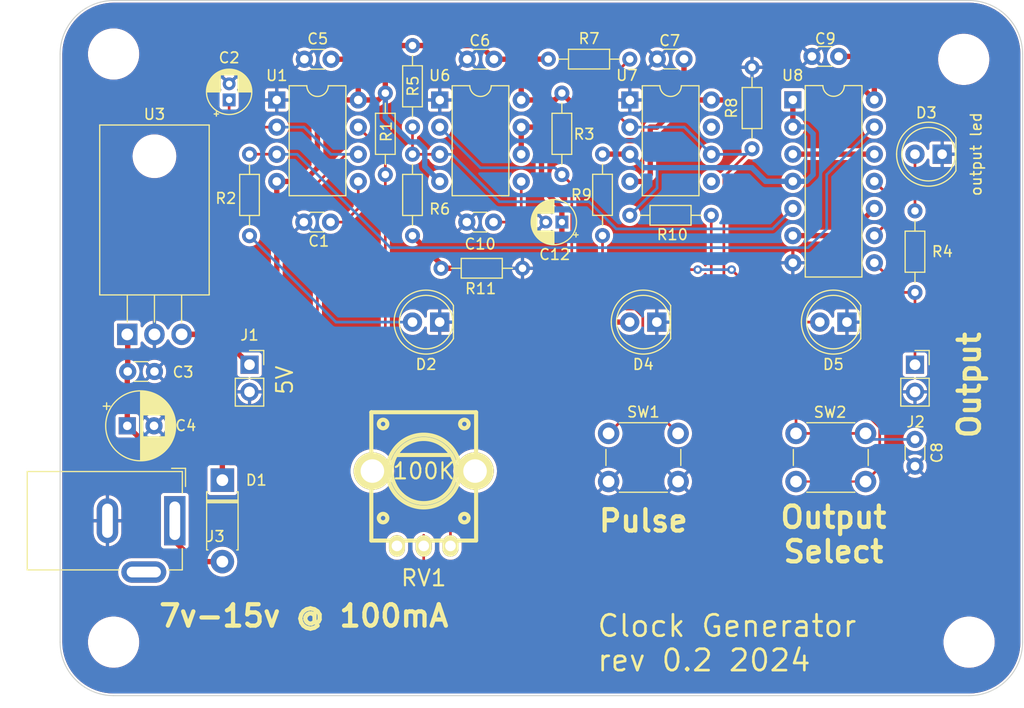
<source format=kicad_pcb>
(kicad_pcb (version 20240108) (generator "pcbnew") (generator_version "8.0")
  (layers (0 "F.Cu" signal) (31 "B.Cu" signal) (34 "B.Paste" user) (35 "F.Paste" user) (36 "B.SilkS" user "B.Silkscreen") (37 "F.SilkS" user "F.Silkscreen") (38 "B.Mask" user) (39 "F.Mask" user) (44 "Edge.Cuts" user))
  (net 0 "")
  (net 1 "GND")
  (net 2 "Net-(U1-CV)")
  (net 3 "Net-(U1-THR)")
  (net 4 "Net-(D4-A)")
  (net 5 "+5V")
  (net 6 "/clock_out")
  (net 7 "/manual_out")
  (net 8 "/select_pulse")
  (net 9 "/output")
  (net 10 "VCC")
  (net 11 "Net-(U1-DIS)")
  (net 12 "Net-(C8-Pad1)")
  (net 13 "Net-(D1-K)")
  (net 14 "Net-(U6-CV)")
  (net 17 "Net-(D2-A)")
  (net 19 "Net-(U6-TR)")
  (net 21 "Net-(D5-A)")
  (net 22 "Net-(U8-Pad12)")
  (net 23 "Net-(U8-Pad10)")
  (net 24 "Net-(U8-Pad11)")
  (net 25 "Net-(D3-A)")
  (net 26 "Net-(U7-THR)")
  (footprint "Resistor_THT:R_Axial_DIN0204_L3.6mm_D1.6mm_P7.62mm_Horizontal" (layer "F.Cu") (at 125.72 39.36 -90)
    (property "Reference" "R9" (at 3.81 1.97 180) (layer "F.SilkS"))
    (property "Value" "1K")
    (pad "1" thru_hole circle (at 0 0 270) (size 1.4 1.4) (drill 0.7) (layers "*.Cu" "*.Mask") (net 8 "/select_pulse"))
    (pad "2" thru_hole oval (at 7.62 0 270) (size 1.4 1.4) (drill 0.7) (layers "*.Cu" "*.Mask") (net 21 "Net-(D5-A)"))
  )
  (footprint "Button_Switch_THT:SW_PUSH_6mm_H5mm" (layer "F.Cu") (at 150.316 69.98 180)
    (property "Reference" "SW2" (at 3.316 6.48 0) (layer "F.SilkS"))
    (property "Value" "SW_Push")
    (pad "1" thru_hole circle (at 0 0 270) (size 2 2) (drill 1.1) (layers "*.Cu" "*.Mask") (net 26 "Net-(U7-THR)"))
    (pad "1" thru_hole circle (at 6.5 0 270) (size 2 2) (drill 1.1) (layers "*.Cu" "*.Mask") (net 26 "Net-(U7-THR)"))
    (pad "2" thru_hole circle (at 0 4.5 270) (size 2 2) (drill 1.1) (layers "*.Cu" "*.Mask") (net 12 "Net-(C8-Pad1)"))
    (pad "2" thru_hole circle (at 6.5 4.5 270) (size 2 2) (drill 1.1) (layers "*.Cu" "*.Mask") (net 12 "Net-(C8-Pad1)"))
  )
  (footprint "Package_TO_SOT_THT:TO-220-3_Horizontal_TabDown" (layer "F.Cu") (at 81.28 56.22)
    (property "Reference" "U3" (at 2.54 -20.58 0) (layer "F.SilkS"))
    (property "Value" "L7805_J")
    (pad "" np_thru_hole oval (at 2.54 -16.66) (size 3.5 3.5) (drill 3.5) (layers "*.Cu" "*.Mask"))
    (pad "1" thru_hole rect (at 0 0) (size 1.905 2) (drill 1.1) (layers "*.Cu" "*.Mask") (net 13 "Net-(D1-K)"))
    (pad "2" thru_hole oval (at 2.54 0) (size 1.905 2) (drill 1.1) (layers "*.Cu" "*.Mask") (net 1 "GND"))
    (pad "3" thru_hole oval (at 5.08 0) (size 1.905 2) (drill 1.1) (layers "*.Cu" "*.Mask") (net 5 "+5V"))
  )
  (footprint "Capacitor_THT:CP_Radial_D4.0mm_P1.50mm" (layer "F.Cu") (at 90.805 34.29 90)
    (property "Reference" "C2" (at 3.937 0 0) (layer "F.SilkS"))
    (property "Value" "4.7uF")
    (pad "1" thru_hole rect (at 0 0 90) (size 1.2 1.2) (drill 0.6) (layers "*.Cu" "*.Mask") (net 3 "Net-(U1-THR)"))
    (pad "2" thru_hole circle (at 1.5 0 90) (size 1.2 1.2) (drill 0.6) (layers "*.Cu" "*.Mask") (net 1 "GND"))
  )
  (footprint "LED_THT:LED_D5.0mm" (layer "F.Cu") (at 110.49 55.07 180)
    (property "Reference" "D2" (at 1.27 -3.96 0) (layer "F.SilkS"))
    (property "Value" "LED")
    (pad "1" thru_hole rect (at 0 0 180) (size 1.8 1.8) (drill 0.9) (layers "*.Cu" "*.Mask") (net 1 "GND"))
    (pad "2" thru_hole circle (at 2.54 0 180) (size 1.8 1.8) (drill 0.9) (layers "*.Cu" "*.Mask") (net 17 "Net-(D2-A)"))
  )
  (footprint "MountingHole:MountingHole_4.3mm_M4" (layer "F.Cu") (at 159.5 30.5)
    (property "Reference" "H3" (hide yes))
    (property "Value" "MountingHole")
    (pad "" np_thru_hole circle (at 0 0) (size 4.3 4.3) (drill 4.3) (layers "*.Cu" "*.Mask"))
  )
  (footprint "Capacitor_THT:C_Disc_D3.0mm_W1.6mm_P2.50mm" (layer "F.Cu") (at 115.53 45.72 180)
    (property "Reference" "C10" (at 1.25 -2.05 0) (layer "F.SilkS"))
    (property "Value" "0.01uF")
    (pad "1" thru_hole circle (at 0 0 180) (size 1.6 1.6) (drill 0.8) (layers "*.Cu" "*.Mask") (net 14 "Net-(U6-CV)"))
    (pad "2" thru_hole circle (at 2.5 0 180) (size 1.6 1.6) (drill 0.8) (layers "*.Cu" "*.Mask") (net 1 "GND"))
  )
  (footprint "Resistor_THT:R_Axial_DIN0204_L3.6mm_D1.6mm_P7.62mm_Horizontal" (layer "F.Cu") (at 128.27 45.085)
    (property "Reference" "R10" (at 3.98 1.81 0) (layer "F.SilkS"))
    (property "Value" "51K")
    (pad "1" thru_hole circle (at 0 0) (size 1.4 1.4) (drill 0.7) (layers "*.Cu" "*.Mask") (net 8 "/select_pulse"))
    (pad "2" thru_hole oval (at 7.62 0) (size 1.4 1.4) (drill 0.7) (layers "*.Cu" "*.Mask") (net 12 "Net-(C8-Pad1)"))
  )
  (footprint "MountingHole:MountingHole_4.3mm_M4" (layer "F.Cu") (at 80 85)
    (property "Reference" "H1" (hide yes))
    (property "Value" "MountingHole")
    (pad "" np_thru_hole circle (at 0 0) (size 4.3 4.3) (drill 4.3) (layers "*.Cu" "*.Mask"))
  )
  (footprint "Connector_BarrelJack:BarrelJack_GCT_DCJ200-10-A_Horizontal" (layer "F.Cu") (at 85.725 73.645 -90)
    (property "Reference" "J3" (at 1.47 -3.81 180) (layer "F.SilkS"))
    (property "Value" "DC Input")
    (pad "1" thru_hole rect (at 0 0 270) (size 4.6 2) (drill oval 3.6 1) (layers "*.Cu" "*.Mask") (net 10 "VCC"))
    (pad "2" thru_hole oval (at 0 6.3 270) (size 4.2 2) (drill oval 3.2 1) (layers "*.Cu" "*.Mask") (net 1 "GND"))
    (pad "3" thru_hole oval (at 4.8 2.9 270) (size 2 4.2) (drill oval 1 3.2) (layers "*.Cu" "*.Mask"))
  )
  (footprint "Capacitor_THT:C_Disc_D3.0mm_W1.6mm_P2.50mm" (layer "F.Cu") (at 100.34 30.49 180)
    (property "Reference" "C5" (at 1.25 1.905 0) (layer "F.SilkS"))
    (property "Value" ".1uF")
    (pad "1" thru_hole circle (at 0 0 180) (size 1.6 1.6) (drill 0.8) (layers "*.Cu" "*.Mask") (net 5 "+5V"))
    (pad "2" thru_hole circle (at 2.5 0 180) (size 1.6 1.6) (drill 0.8) (layers "*.Cu" "*.Mask") (net 1 "GND"))
  )
  (footprint "Resistor_THT:R_Axial_DIN0204_L3.6mm_D1.6mm_P7.62mm_Horizontal" (layer "F.Cu") (at 107.95 39.37 -90)
    (property "Reference" "R6" (at 5.13 -2.55 180) (layer "F.SilkS"))
    (property "Value" "1K")
    (pad "1" thru_hole circle (at 0 0 270) (size 1.4 1.4) (drill 0.7) (layers "*.Cu" "*.Mask") (net 7 "/manual_out"))
    (pad "2" thru_hole oval (at 7.62 0 270) (size 1.4 1.4) (drill 0.7) (layers "*.Cu" "*.Mask") (net 4 "Net-(D4-A)"))
  )
  (footprint "Capacitor_THT:CP_Radial_D6.3mm_P2.50mm" (layer "F.Cu") (at 81.28 64.77)
    (property "Reference" "C3" (at 5.22 -5.02 0) (layer "F.SilkS"))
    (property "Value" "470")
    (pad "1" thru_hole rect (at 0 0) (size 1.6 1.6) (drill 0.8) (layers "*.Cu" "*.Mask") (net 13 "Net-(D1-K)"))
    (pad "2" thru_hole circle (at 2.5 0) (size 1.6 1.6) (drill 0.8) (layers "*.Cu" "*.Mask") (net 1 "GND"))
  )
  (footprint "Package_DIP:DIP-8_W7.62mm" (layer "F.Cu") (at 110.5 34.3)
    (property "Reference" "U6" (at 0 -2.286 0) (layer "F.SilkS"))
    (property "Value" "NE555P")
    (pad "1" thru_hole rect (at 0 0) (size 1.6 1.6) (drill 0.8) (layers "*.Cu" "*.Mask") (net 1 "GND"))
    (pad "2" thru_hole oval (at 0 2.54) (size 1.6 1.6) (drill 0.8) (layers "*.Cu" "*.Mask") (net 19 "Net-(U6-TR)"))
    (pad "3" thru_hole oval (at 0 5.08) (size 1.6 1.6) (drill 0.8) (layers "*.Cu" "*.Mask") (net 7 "/manual_out"))
    (pad "4" thru_hole oval (at 0 7.62) (size 1.6 1.6) (drill 0.8) (layers "*.Cu" "*.Mask") (net 5 "+5V"))
    (pad "5" thru_hole oval (at 7.62 7.62) (size 1.6 1.6) (drill 0.8) (layers "*.Cu" "*.Mask") (net 14 "Net-(U6-CV)"))
    (pad "6" thru_hole oval (at 7.62 5.08) (size 1.6 1.6) (drill 0.8) (layers "*.Cu" "*.Mask") (net 4 "Net-(D4-A)"))
    (pad "7" thru_hole oval (at 7.62 2.54) (size 1.6 1.6) (drill 0.8) (layers "*.Cu" "*.Mask") (net 4 "Net-(D4-A)"))
    (pad "8" thru_hole oval (at 7.62 0) (size 1.6 1.6) (drill 0.8) (layers "*.Cu" "*.Mask") (net 5 "+5V"))
  )
  (footprint "Resistor_THT:R_Axial_DIN0204_L3.6mm_D1.6mm_P7.62mm_Horizontal" (layer "F.Cu") (at 120.65 30.48)
    (property "Reference" "R7" (at 3.81 -1.92 0) (layer "F.SilkS"))
    (property "Value" "10K")
    (pad "1" thru_hole circle (at 0 0) (size 1.4 1.4) (drill 0.7) (layers "*.Cu" "*.Mask") (net 5 "+5V"))
    (pad "2" thru_hole oval (at 7.62 0) (size 1.4 1.4) (drill 0.7) (layers "*.Cu" "*.Mask") (net 26 "Net-(U7-THR)"))
  )
  (footprint "Capacitor_THT:C_Disc_D3.0mm_W1.6mm_P2.50mm" (layer "F.Cu") (at 154.94 66.04 -90)
    (property "Reference" "C8" (at 1.25 -2.05 90) (layer "F.SilkS"))
    (property "Value" "1uF")
    (pad "1" thru_hole circle (at 0 0 270) (size 1.6 1.6) (drill 0.8) (layers "*.Cu" "*.Mask") (net 12 "Net-(C8-Pad1)"))
    (pad "2" thru_hole circle (at 2.5 0 270) (size 1.6 1.6) (drill 0.8) (layers "*.Cu" "*.Mask") (net 1 "GND"))
  )
  (footprint "Resistor_THT:R_Axial_DIN0204_L3.6mm_D1.6mm_P7.62mm_Horizontal" (layer "F.Cu") (at 92.71 39.37 -90)
    (property "Reference" "R2" (at 4.13 2.21 180) (layer "F.SilkS"))
    (property "Value" "1K")
    (pad "1" thru_hole circle (at 0 0 270) (size 1.4 1.4) (drill 0.7) (layers "*.Cu" "*.Mask") (net 6 "/clock_out"))
    (pad "2" thru_hole oval (at 7.62 0 270) (size 1.4 1.4) (drill 0.7) (layers "*.Cu" "*.Mask") (net 17 "Net-(D2-A)"))
  )
  (footprint "Resistor_THT:R_Axial_DIN0204_L3.6mm_D1.6mm_P7.62mm_Horizontal" (layer "F.Cu") (at 154.94 52.295 90)
    (property "Reference" "R4" (at 3.81 2.56 180) (layer "F.SilkS"))
    (property "Value" "1K")
    (pad "1" thru_hole circle (at 0 0 90) (size 1.4 1.4) (drill 0.7) (layers "*.Cu" "*.Mask") (net 9 "/output"))
    (pad "2" thru_hole oval (at 7.62 0 90) (size 1.4 1.4) (drill 0.7) (layers "*.Cu" "*.Mask") (net 25 "Net-(D3-A)"))
  )
  (footprint "Connector_PinSocket_2.54mm:PinSocket_1x02_P2.54mm_Vertical" (layer "F.Cu") (at 92.71 59.055)
    (property "Reference" "J1" (at 0 -2.77 0) (layer "F.SilkS"))
    (property "Value" "Vin" (hide yes))
    (pad "1" thru_hole rect (at 0 0) (size 1.7 1.7) (drill 1) (layers "*.Cu" "*.Mask") (net 5 "+5V"))
    (pad "2" thru_hole oval (at 0 2.54) (size 1.7 1.7) (drill 1) (layers "*.Cu" "*.Mask") (net 1 "GND"))
  )
  (footprint "Capacitor_THT:C_Disc_D3.0mm_W1.6mm_P2.50mm" (layer "F.Cu") (at 147.808 30.226 180)
    (property "Reference" "C9" (at 1.25 1.651 0) (layer "F.SilkS"))
    (property "Value" ".1uF")
    (pad "1" thru_hole circle (at 0 0 180) (size 1.6 1.6) (drill 0.8) (layers "*.Cu" "*.Mask") (net 5 "+5V"))
    (pad "2" thru_hole circle (at 2.5 0 180) (size 1.6 1.6) (drill 0.8) (layers "*.Cu" "*.Mask") (net 1 "GND"))
  )
  (footprint "Package_DIP:DIP-8_W7.62mm" (layer "F.Cu") (at 128.28 34.3)
    (property "Reference" "U7" (at -0.28 -2.3 0) (layer "F.SilkS"))
    (property "Value" "NE555P")
    (pad "1" thru_hole rect (at 0 0) (size 1.6 1.6) (drill 0.8) (layers "*.Cu" "*.Mask") (net 1 "GND"))
    (pad "2" thru_hole oval (at 0 2.54) (size 1.6 1.6) (drill 0.8) (layers "*.Cu" "*.Mask") (net 26 "Net-(U7-THR)"))
    (pad "3" thru_hole oval (at 0 5.08) (size 1.6 1.6) (drill 0.8) (layers "*.Cu" "*.Mask") (net 8 "/select_pulse"))
    (pad "4" thru_hole oval (at 0 7.62) (size 1.6 1.6) (drill 0.8) (layers "*.Cu" "*.Mask") (net 5 "+5V"))
    (pad "5" thru_hole oval (at 7.62 7.62) (size 1.6 1.6) (drill 0.8) (layers "*.Cu" "*.Mask"))
    (pad "6" thru_hole oval (at 7.62 5.08) (size 1.6 1.6) (drill 0.8) (layers "*.Cu" "*.Mask") (net 26 "Net-(U7-THR)"))
    (pad "7" thru_hole oval (at 7.62 2.54) (size 1.6 1.6) (drill 0.8) (layers "*.Cu" "*.Mask"))
    (pad "8" thru_hole oval (at 7.62 0) (size 1.6 1.6) (drill 0.8) (layers "*.Cu" "*.Mask") (net 5 "+5V"))
  )
  (footprint "Resistor_THT:R_Axial_DIN0204_L3.6mm_D1.6mm_P7.62mm_Horizontal" (layer "F.Cu") (at 107.95 29.21 -90)
    (property "Reference" "R5" (at 3.79 -0.05 90) (layer "F.SilkS"))
    (property "Value" "51K")
    (pad "1" thru_hole circle (at 0 0 270) (size 1.4 1.4) (drill 0.7) (layers "*.Cu" "*.Mask") (net 5 "+5V"))
    (pad "2" thru_hole oval (at 7.62 0 270) (size 1.4 1.4) (drill 0.7) (layers "*.Cu" "*.Mask") (net 7 "/manual_out"))
  )
  (footprint "w_pth_resistors:trimmer_alps-rk09k1130ah1" (layer "F.Cu") (at 109 69)
    (property "Reference" "RV1" (at 0 9.99998 0) (layer "F.SilkS") (effects (font (size 1.50114 1.50114) (thickness 0.20066))))
    (property "Value" "100K" (at 0 0 0) (layer "F.SilkS") (effects (font (size 1.50114 1.50114) (thickness 0.20066))))
    (pad "" thru_hole circle (at -4.8 0) (size 3.5 3.5) (drill 2.2) (layers "*.Cu" "*.Mask" "F.SilkS"))
    (pad "" thru_hole circle (at 4.8 0) (size 3.5 3.5) (drill 2.2) (layers "*.Cu" "*.Mask" "F.SilkS"))
    (pad "1" thru_hole oval (at -2.5 7) (size 1.5 2) (drill 1) (layers "*.Cu" "*.Mask" "F.SilkS"))
    (pad "2" thru_hole oval (at 0 7) (size 1.5 2) (drill 1) (layers "*.Cu" "*.Mask" "F.SilkS") (net 3 "Net-(U1-THR)"))
    (pad "3" thru_hole oval (at 2.5 7) (size 1.5 2) (drill 1) (layers "*.Cu" "*.Mask" "F.SilkS") (net 11 "Net-(U1-DIS)"))
  )
  (footprint "LED_THT:LED_D5.0mm" (layer "F.Cu") (at 148.58 55.07 180)
    (property "Reference" "D5" (at 1.27 -3.96 0) (layer "F.SilkS"))
    (property "Value" "LED")
    (pad "1" thru_hole rect (at 0 0 180) (size 1.8 1.8) (drill 0.9) (layers "*.Cu" "*.Mask") (net 1 "GND"))
    (pad "2" thru_hole circle (at 2.54 0 180) (size 1.8 1.8) (drill 0.9) (layers "*.Cu" "*.Mask") (net 21 "Net-(D5-A)"))
  )
  (footprint "Button_Switch_THT:SW_PUSH_6mm_H5mm" (layer "F.Cu") (at 126.29 65.48)
    (property "Reference" "SW1" (at 3.25 -2 0) (layer "F.SilkS"))
    (property "Value" "SW_Push")
    (pad "1" thru_hole circle (at 0 0 90) (size 2 2) (drill 1.1) (layers "*.Cu" "*.Mask") (net 19 "Net-(U6-TR)"))
    (pad "1" thru_hole circle (at 6.5 0 90) (size 2 2) (drill 1.1) (layers "*.Cu" "*.Mask") (net 19 "Net-(U6-TR)"))
    (pad "2" thru_hole circle (at 0 4.5 90) (size 2 2) (drill 1.1) (layers "*.Cu" "*.Mask") (net 1 "GND"))
    (pad "2" thru_hole circle (at 6.5 4.5 90) (size 2 2) (drill 1.1) (layers "*.Cu" "*.Mask") (net 1 "GND"))
  )
  (footprint "Diode_THT:D_DO-41_SOD81_P7.62mm_Horizontal" (layer "F.Cu") (at 90.17 69.85 -90)
    (property "Reference" "D1" (at 0 -3.175 180) (layer "F.SilkS"))
    (property "Value" "1N4007")
    (pad "1" thru_hole rect (at 0 0 270) (size 2.2 2.2) (drill 1.1) (layers "*.Cu" "*.Mask") (net 13 "Net-(D1-K)"))
    (pad "2" thru_hole oval (at 7.62 0 270) (size 2.2 2.2) (drill 1.1) (layers "*.Cu" "*.Mask") (net 10 "VCC"))
  )
  (footprint "Package_DIP:DIP-14_W7.62mm" (layer "F.Cu") (at 143.52 34.285)
    (property "Reference" "U8" (at -0.02 -2.285 0) (layer "F.SilkS"))
    (property "Value" "7400")
    (pad "1" thru_hole rect (at 0 0) (size 1.6 1.6) (drill 0.8) (layers "*.Cu" "*.Mask") (net 8 "/select_pulse"))
    (pad "2" thru_hole oval (at 0 2.54) (size 1.6 1.6) (drill 0.8) (layers "*.Cu" "*.Mask") (net 8 "/select_pulse"))
    (pad "3" thru_hole oval (at 0 5.08) (size 1.6 1.6) (drill 0.8) (layers "*.Cu" "*.Mask") (net 22 "Net-(U8-Pad12)"))
    (pad "4" thru_hole oval (at 0 7.62) (size 1.6 1.6) (drill 0.8) (layers "*.Cu" "*.Mask") (net 8 "/select_pulse"))
    (pad "5" thru_hole oval (at 0 10.16) (size 1.6 1.6) (drill 0.8) (layers "*.Cu" "*.Mask") (net 7 "/manual_out"))
    (pad "6" thru_hole oval (at 0 12.7) (size 1.6 1.6) (drill 0.8) (layers "*.Cu" "*.Mask") (net 23 "Net-(U8-Pad10)"))
    (pad "7" thru_hole oval (at 0 15.24) (size 1.6 1.6) (drill 0.8) (layers "*.Cu" "*.Mask") (net 1 "GND"))
    (pad "8" thru_hole oval (at 7.62 15.24) (size 1.6 1.6) (drill 0.8) (layers "*.Cu" "*.Mask") (net 9 "/output"))
    (pad "9" thru_hole oval (at 7.62 12.7) (size 1.6 1.6) (drill 0.8) (layers "*.Cu" "*.Mask") (net 24 "Net-(U8-Pad11)"))
    (pad "10" thru_hole oval (at 7.62 10.16) (size 1.6 1.6) (drill 0.8) (layers "*.Cu" "*.Mask") (net 23 "Net-(U8-Pad10)"))
    (pad "11" thru_hole oval (at 7.62 7.62) (size 1.6 1.6) (drill 0.8) (layers "*.Cu" "*.Mask") (net 24 "Net-(U8-Pad11)"))
    (pad "12" thru_hole oval (at 7.62 5.08) (size 1.6 1.6) (drill 0.8) (layers "*.Cu" "*.Mask") (net 22 "Net-(U8-Pad12)"))
    (pad "13" thru_hole oval (at 7.62 2.54) (size 1.6 1.6) (drill 0.8) (layers "*.Cu" "*.Mask") (net 6 "/clock_out"))
    (pad "14" thru_hole oval (at 7.62 0) (size 1.6 1.6) (drill 0.8) (layers "*.Cu" "*.Mask") (net 5 "+5V"))
  )
  (footprint "MountingHole:MountingHole_4.3mm_M4" (layer "F.Cu") (at 80 30)
    (property "Reference" "H4" (hide yes))
    (property "Value" "MountingHole")
    (pad "" np_thru_hole circle (at 0 0) (size 4.3 4.3) (drill 4.3) (layers "*.Cu" "*.Mask"))
  )
  (footprint "Capacitor_THT:C_Disc_D3.0mm_W1.6mm_P2.50mm" (layer "F.Cu") (at 97.79 45.72)
    (property "Reference" "C1" (at 1.397 1.778 0) (layer "F.SilkS"))
    (property "Value" "0.01uF")
    (pad "1" thru_hole circle (at 0 0) (size 1.6 1.6) (drill 0.8) (layers "*.Cu" "*.Mask") (net 1 "GND"))
    (pad "2" thru_hole circle (at 2.5 0) (size 1.6 1.6) (drill 0.8) (layers "*.Cu" "*.Mask") (net 2 "Net-(U1-CV)"))
  )
  (footprint "Connector_PinSocket_2.54mm:PinSocket_1x02_P2.54mm_Vertical" (layer "F.Cu") (at 154.94 59.055)
    (property "Reference" "J2" (at 0.06 5.35 0) (layer "F.SilkS"))
    (property "Value" "Clock output")
    (pad "1" thru_hole rect (at 0 0) (size 1.7 1.7) (drill 1) (layers "*.Cu" "*.Mask") (net 9 "/output"))
    (pad "2" thru_hole oval (at 0 2.54) (size 1.7 1.7) (drill 1) (layers "*.Cu" "*.Mask") (net 1 "GND"))
  )
  (footprint "Capacitor_THT:C_Disc_D3.0mm_W1.6mm_P2.50mm" (layer "F.Cu") (at 133.34 30.47 180)
    (property "Reference" "C7" (at 1.34 1.72 0) (layer "F.SilkS"))
    (property "Value" ".1uF")
    (pad "1" thru_hole circle (at 0 0 180) (size 1.6 1.6) (drill 0.8) (layers "*.Cu" "*.Mask") (net 5 "+5V"))
    (pad "2" thru_hole circle (at 2.5 0 180) (size 1.6 1.6) (drill 0.8) (layers "*.Cu" "*.Mask") (net 1 "GND"))
  )
  (footprint "Package_DIP:DIP-8_W7.62mm" (layer "F.Cu") (at 95.26 34.3)
    (property "Reference" "U1" (at 0 -2.286 0) (layer "F.SilkS"))
    (property "Value" "NE555P")
    (pad "1" thru_hole rect (at 0 0) (size 1.6 1.6) (drill 0.8) (layers "*.Cu" "*.Mask") (net 1 "GND"))
    (pad "2" thru_hole oval (at 0 2.54) (size 1.6 1.6) (drill 0.8) (layers "*.Cu" "*.Mask") (net 3 "Net-(U1-THR)"))
    (pad "3" thru_hole oval (at 0 5.08) (size 1.6 1.6) (drill 0.8) (layers "*.Cu" "*.Mask") (net 6 "/clock_out"))
    (pad "4" thru_hole oval (at 0 7.62) (size 1.6 1.6) (drill 0.8) (layers "*.Cu" "*.Mask") (net 5 "+5V"))
    (pad "5" thru_hole oval (at 7.62 7.62) (size 1.6 1.6) (drill 0.8) (layers "*.Cu" "*.Mask") (net 2 "Net-(U1-CV)"))
    (pad "6" thru_hole oval (at 7.62 5.08) (size 1.6 1.6) (drill 0.8) (layers "*.Cu" "*.Mask") (net 3 "Net-(U1-THR)"))
    (pad "7" thru_hole oval (at 7.62 2.54) (size 1.6 1.6) (drill 0.8) (layers "*.Cu" "*.Mask") (net 11 "Net-(U1-DIS)"))
    (pad "8" thru_hole oval (at 7.62 0) (size 1.6 1.6) (drill 0.8) (layers "*.Cu" "*.Mask") (net 5 "+5V"))
  )
  (footprint "Capacitor_THT:C_Disc_D3.0mm_W1.6mm_P2.50mm" (layer "F.Cu") (at 83.82 59.69 180)
    (property "Reference" "C4" (at -2.93 -5.06 0) (layer "F.SilkS"))
    (property "Value" ".33uF")
    (pad "1" thru_hole circle (at 0 0 180) (size 1.6 1.6) (drill 0.8) (layers "*.Cu" "*.Mask") (net 1 "GND"))
    (pad "2" thru_hole circle (at 2.5 0 180) (size 1.6 1.6) (drill 0.8) (layers "*.Cu" "*.Mask") (net 13 "Net-(D1-K)"))
  )
  (footprint "Capacitor_THT:CP_Radial_D4.0mm_P1.50mm" (layer "F.Cu") (at 121.92 45.72 180)
    (property "Reference" "C12" (at 0.67 -3.03 180) (layer "F.SilkS"))
    (property "Value" "4.7uF")
    (pad "1" thru_hole rect (at 0 0 180) (size 1.2 1.2) (drill 0.6) (layers "*.Cu" "*.Mask") (net 4 "Net-(D4-A)"))
    (pad "2" thru_hole circle (at 1.5 0 180) (size 1.2 1.2) (drill 0.6) (layers "*.Cu" "*.Mask") (net 1 "GND"))
  )
  (footprint "MountingHole:MountingHole_4.3mm_M4" (layer "F.Cu") (at 160 85)
    (property "Reference" "H2" (hide yes))
    (property "Value" "MountingHole")
    (pad "" np_thru_hole circle (at 0 0) (size 4.3 4.3) (drill 4.3) (layers "*.Cu" "*.Mask"))
  )
  (footprint "Resistor_THT:R_Axial_DIN0204_L3.6mm_D1.6mm_P7.62mm_Horizontal" (layer "F.Cu") (at 121.92 41.275 90)
    (property "Reference" "R3" (at 3.775 2.08 180) (layer "F.SilkS"))
    (property "Value" "1K")
    (pad "1" thru_hole circle (at 0 0 90) (size 1.4 1.4) (drill 0.7) (layers "*.Cu" "*.Mask") (net 19 "Net-(U6-TR)"))
    (pad "2" thru_hole oval (at 7.62 0 90) (size 1.4 1.4) (drill 0.7) (layers "*.Cu" "*.Mask") (net 5 "+5V"))
  )
  (footprint "LED_THT:LED_D5.0mm" (layer "F.Cu") (at 157.48 39.37 180)
    (property "Reference" "D3" (at 1.48 3.87 0) (layer "F.SilkS"))
    (property "Value" "LED")
    (pad "1" thru_hole rect (at 0 0 180) (size 1.8 1.8) (drill 0.9) (layers "*.Cu" "*.Mask") (net 1 "GND"))
    (pad "2" thru_hole circle (at 2.54 0 180) (size 1.8 1.8) (drill 0.9) (layers "*.Cu" "*.Mask") (net 25 "Net-(D3-A)"))
  )
  (footprint "Resistor_THT:R_Axial_DIN0204_L3.6mm_D1.6mm_P7.62mm_Horizontal" (layer "F.Cu") (at 110.617 50.038)
    (property "Reference" "R11" (at 3.7084 1.905 0) (layer "F.SilkS"))
    (property "Value" "1K")
    (pad "1" thru_hole circle (at 0 0) (size 1.4 1.4) (drill 0.7) (layers "*.Cu" "*.Mask") (net 4 "Net-(D4-A)"))
    (pad "2" thru_hole oval (at 7.62 0) (size 1.4 1.4) (drill 0.7) (layers "*.Cu" "*.Mask") (net 1 "GND"))
  )
  (footprint "Resistor_THT:R_Axial_DIN0204_L3.6mm_D1.6mm_P7.62mm_Horizontal" (layer "F.Cu") (at 105.41 33.655 -90)
    (property "Reference" "R1" (at 3.595 -0.09 90) (layer "F.SilkS"))
    (property "Value" "1K")
    (pad "1" thru_hole circle (at 0 0 270) (size 1.4 1.4) (drill 0.7) (layers "*.Cu" "*.Mask") (net 5 "+5V"))
    (pad "2" thru_hole oval (at 7.62 0 270) (size 1.4 1.4) (drill 0.7) (layers "*.Cu" "*.Mask") (net 11 "Net-(U1-DIS)"))
  )
  (footprint "Resistor_THT:R_Axial_DIN0204_L3.6mm_D1.6mm_P7.62mm_Horizontal" (layer "F.Cu") (at 139.7 38.862 90)
    (property "Reference" "R8" (at 3.81 -1.92 90) (layer "F.SilkS"))
    (property "Value" "10K")
    (pad "1" thru_hole circle (at 0 0 90) (size 1.4 1.4) (drill 0.7) (layers "*.Cu" "*.Mask") (net 26 "Net-(U7-THR)"))
    (pad "2" thru_hole oval (at 7.62 0 90) (size 1.4 1.4) (drill 0.7) (layers "*.Cu" "*.Mask") (net 1 "GND"))
  )
  (footprint "Capacitor_THT:C_Disc_D3.0mm_W1.6mm_P2.50mm" (layer "F.Cu") (at 115.57 30.49 180)
    (property "Reference" "C6" (at 1.32 1.74 0) (layer "F.SilkS"))
    (property "Value" ".1uF")
    (pad "1" thru_hole circle (at 0 0 180) (size 1.6 1.6) (drill 0.8) (layers "*.Cu" "*.Mask") (net 5 "+5V"))
    (pad "2" thru_hole circle (at 2.5 0 180) (size 1.6 1.6) (drill 0.8) (layers "*.Cu" "*.Mask") (net 1 "GND"))
  )
  (footprint "LED_THT:LED_D5.0mm" (layer "F.Cu") (at 130.8 55.07 180)
    (property "Reference" "D4" (at 1.27 -3.96 0) (layer "F.SilkS"))
    (property "Value" "LED")
    (pad "1" thru_hole rect (at 0 0 180) (size 1.8 1.8) (drill 0.9) (layers "*.Cu" "*.Mask") (net 1 "GND"))
    (pad "2" thru_hole circle (at 2.54 0 180) (size 1.8 1.8) (drill 0.9) (layers "*.Cu" "*.Mask") (net 4 "Net-(D4-A)"))
  )
  (gr_line (start 75 85) (end 75 85) (stroke (width 0.1)) (layer "Edge.Cuts"))
  (gr_arc (start 75 30) (mid 76.464466 26.464466) (end 80 25) (stroke (width 0.1)) (layer "Edge.Cuts"))
  (gr_line (start 165 85) (end 165 85) (stroke (width 0.1)) (layer "Edge.Cuts"))
  (gr_line (start 80 90) (end 160 90) (stroke (width 0.1)) (layer "Edge.Cuts"))
  (gr_arc (start 165 85) (mid 163.535534 88.535534) (end 160 90) (stroke (width 0.1)) (layer "Edge.Cuts"))
  (gr_line (start 160 25) (end 80 25) (stroke (width 0.1)) (layer "Edge.Cuts"))
  (gr_arc (start 160 25) (mid 163.535534 26.464466) (end 165 30) (stroke (width 0.1)) (layer "Edge.Cuts"))
  (gr_arc (start 80 90) (mid 76.464466 88.535534) (end 75 85) (stroke (width 0.1)) (layer "Edge.Cuts"))
  (gr_line (start 165 85) (end 165 30) (stroke (width 0.1)) (layer "Edge.Cuts"))
  (gr_line (start 75 30) (end 75 85) (stroke (width 0.1)) (layer "Edge.Cuts"))
  (gr_text "5V" (at 96 60.5 90) (layer "F.SilkS") (effects (font (size 1.5 1.5) (thickness 0.1875))))
  (gr_text "7v-15v @ 100mA" (at 97.79 82.55 0) (layer "F.SilkS") (effects (font (size 2 2) (thickness 0.4) (bold yes))))
  (gr_text "output led" (at 160.655 39.37 90) (layer "F.SilkS") (effects (font (size 1 1))))
  (gr_text "Output\nSelect" (at 147.32 74.93 0) (layer "F.SilkS") (effects (font (size 2 2) (thickness 0.4) (bold yes))))
  (gr_text "Clock Generator \nrev 0.2 2024" (at 125.095 85.09 0) (layer "F.SilkS") (effects (font (size 2 2) (thickness 0.25)) (justify left)))
  (gr_text "Pulse" (at 129.54 73.66 0) (layer "F.SilkS") (effects (font (size 2 2) (thickness 0.4) (bold yes))))
  (gr_text "Output" (at 160.02 60.96 90) (layer "F.SilkS") (effects (font (size 2 2) (thickness 0.4) (bold yes))))
  (segment (start 101.6 45.72) (end 102.88 44.44) (width 0.25) (layer "F.Cu") (net 2))
  (segment (start 100.29 45.72) (end 101.6 45.72) (width 0.25) (layer "F.Cu") (net 2))
  (segment (start 102.88 44.44) (end 102.88 41.92) (width 0.25) (layer "F.Cu") (net 2))
  (segment (start 99.06 42.06863) (end 99.06 76.2) (width 0.25) (layer "F.Cu") (net 3))
  (segment (start 109 75) (end 109 78.385) (width 0.25) (layer "F.Cu") (net 3))
  (segment (start 109 78.385) (end 108.645 78.74) (width 0.25) (layer "F.Cu") (net 3))
  (segment (start 90.805 35.56) (end 92.085 36.84) (width 0.25) (layer "F.Cu") (net 3))
  (segment (start 101.6 78.74) (end 108.645 78.74) (width 0.25) (layer "F.Cu") (net 3))
  (segment (start 99.06 76.2) (end 101.6 78.74) (width 0.25) (layer "F.Cu") (net 3))
  (segment (start 90.805 34.29) (end 90.805 35.56) (width 0.25) (layer "F.Cu") (net 3))
  (segment (start 101.74863 39.38) (end 99.06 42.06863) (width 0.25) (layer "F.Cu") (net 3))
  (segment (start 102.88 39.38) (end 101.74863 39.38) (width 0.25) (layer "F.Cu") (net 3))
  (segment (start 92.085 36.84) (end 95.26 36.84) (width 0.25) (layer "F.Cu") (net 3))
  (segment (start 95.26 36.84) (end 97.8 36.84) (width 0.25) (layer "B.Cu") (net 3))
  (segment (start 100.34 39.38) (end 102.88 39.38) (width 0.25) (layer "B.Cu") (net 3))
  (segment (start 97.8 36.84) (end 100.34 39.38) (width 0.25) (layer "B.Cu") (net 3))
  (segment (start 119.39 36.84) (end 120.015 37.465) (width 0.5) (layer "F.Cu") (net 4))
  (segment (start 120.015 43.7642) (end 120.015 42.545) (width 0.5) (layer "F.Cu") (net 4))
  (segment (start 121.92 52.72) (end 124.27 55.07) (width 0.5) (layer "F.Cu") (net 4))
  (segment (start 110.617 50.038) (end 114.793852 50.038) (width 0.5) (layer "F.Cu") (net 4))
  (segment (start 118.12 39.38) (end 118.12 36.84) (width 0.5) (layer "F.Cu") (net 4))
  (segment (start 120.015 37.465) (end 120.015 42.545) (width 0.5) (layer "F.Cu") (net 4))
  (segment (start 121.92 45.72) (end 121.92 52.72) (width 0.5) (layer "F.Cu") (net 4))
  (segment (start 120.015 42.545) (end 121.92 44.45) (width 0.5) (layer "F.Cu") (net 4))
  (segment (start 119.1514 44.6278) (end 120.015 43.7642) (width 0.5) (layer "F.Cu") (net 4))
  (segment (start 110.617 49.657) (end 110.617 50.038) (width 0.5) (layer "F.Cu") (net 4))
  (segment (start 121.92 44.45) (end 121.92 45.72) (width 0.5) (layer "F.Cu") (net 4))
  (segment (start 119.1514 45.680452) (end 119.1514 44.6278) (width 0.5) (layer "F.Cu") (net 4))
  (segment (start 114.793852 50.038) (end 119.1514 45.680452) (width 0.5) (layer "F.Cu") (net 4))
  (segment (start 118.12 36.84) (end 119.39 36.84) (width 0.5) (layer "F.Cu") (net 4))
  (segment (start 124.27 55.07) (end 128.26 55.07) (width 0.5) (layer "F.Cu") (net 4))
  (segment (start 107.95 46.99) (end 110.617 49.657) (width 0.5) (layer "F.Cu") (net 4))
  (segment (start 128.28 41.92) (end 129.53 41.92) (width 0.5) (layer "F.Cu") (net 5))
  (segment (start 149.352 30.226) (end 151.14 32.014) (width 0.5) (layer "F.Cu") (net 5))
  (segment (start 133.34 34.3) (end 133.34 30.47) (width 0.5) (layer "F.Cu") (net 5))
  (segment (start 86.36 56.22) (end 89.875 56.22) (width 0.5) (layer "F.Cu") (net 5))
  (segment (start 116.85 30.49) (end 118.12 31.76) (width 0.5) (layer "F.Cu") (net 5))
  (segment (start 92.37 56.22) (end 92.71 55.88) (width 0.5) (layer "F.Cu") (net 5))
  (segment (start 142.24 32.385) (end 149.24 32.385) (width 0.5) (layer "F.Cu") (net 5))
  (segment (start 130.185 38.725) (end 130.185 36.84) (width 0.5) (layer "F.Cu") (net 5))
  (segment (start 95.26 53.33) (end 95.26 41.92) (width 0.5) (layer "F.Cu") (net 5))
  (segment (start 130.185 36.84) (end 130.8 36.84) (width 0.5) (layer "F.Cu") (net 5))
  (segment (start 86.36 56.22) (end 92.624 56.22) (width 0.5) (layer "F.Cu") (net 5))
  (segment (start 105.41 33.655) (end 105.41 30.48) (width 0.5) (layer "F.Cu") (net 5))
  (segment (start 126.365 38.1) (end 129.56 38.1) (width 0.5) (layer "F.Cu") (net 5))
  (segment (start 104.765 34.3) (end 105.41 33.655) (width 0.5) (layer "F.Cu") (net 5))
  (segment (start 95.26 53.33) (end 92.71 55.88) (width 0.5) (layer "F.Cu") (net 5))
  (segment (start 118.12 34.3) (end 121.275 34.3) (width 0.5) (layer "F.Cu") (net 5))
  (segment (start 99.06 35.8775) (end 100.6375 34.3) (width 0.5) (layer "F.Cu") (net 5))
  (segment (start 118.12 31.76) (end 118.12 34.3) (width 0.5) (layer "F.Cu") (net 5))
  (segment (start 129.53 41.92) (end 130.185 41.265) (width 0.5) (layer "F.Cu") (net 5))
  (segment (start 133.34 34.3) (end 135.9 34.3) (width 0.5) (layer "F.Cu") (net 5))
  (segment (start 106.68 29.21) (end 107.95 29.21) (width 0.5) (layer "F.Cu") (net 5))
  (segment (start 149.24 32.385) (end 151.14 34.285) (width 0.5) (layer "F.Cu") (net 5))
  (segment (start 119.4 30.48) (end 118.12 31.76) (width 0.5) (layer "F.Cu") (net 5))
  (segment (start 99.06 40.64) (end 99.06 35.8775) (width 0.5) (layer "F.Cu") (net 5))
  (segment (start 121.92 33.655) (end 126.365 38.1) (width 0.5) (layer "F.Cu") (net 5))
  (segment (start 120.65 30.48) (end 119.4 30.48) (width 0.5) (layer "F.Cu") (net 5))
  (segment (start 114.29 29.21) (end 115.57 30.49) (width 0.5) (layer "F.Cu") (net 5))
  (segment (start 135.9 34.3) (end 137.805 34.3) (width 0.5) (layer "F.Cu") (net 5))
  (segment (start 121.275 34.3) (end 121.92 33.655) (width 0.5) (layer "F.Cu") (net 5))
  (segment (start 130.185 41.265) (end 130.185 38.725) (width 0.5) (layer "F.Cu") (net 5))
  (segment (start 100.6375 34.3) (end 102.88 34.3) (width 0.5) (layer "F.Cu") (net 5))
  (segment (start 102.88 34.3) (end 104.765 34.3) (width 0.5) (layer "F.Cu") (net 5))
  (segment (start 107.95 29.21) (end 114.29 29.21) (width 0.5) (layer "F.Cu") (net 5))
  (segment (start 95.26 41.92) (end 97.78 41.92) (width 0.5) (layer "F.Cu") (net 5))
  (segment (start 129.56 38.1) (end 130.185 38.725) (width 0.5) (layer "F.Cu") (net 5))
  (segment (start 115.57 30.49) (end 116.85 30.49) (width 0.5) (layer "F.Cu") (net 5))
  (segment (start 92.624 56.22) (end 92.71 56.134) (width 0.5) (layer "F.Cu") (net 5))
  (segment (start 105.41 30.48) (end 106.68 29.21) (width 0.5) (layer "F.Cu") (net 5))
  (segment (start 97.78 41.92) (end 99.06 40.64) (width 0.5) (layer "F.Cu") (net 5))
  (segment (start 147.808 30.226) (end 149.352 30.226) (width 0.5) (layer "F.Cu") (net 5))
  (segment (start 101.61 30.49) (end 102.88 31.76) (width 0.5) (layer "F.Cu") (net 5))
  (segment (start 100.34 30.49) (end 101.61 30.49) (width 0.5) (layer "F.Cu") (net 5))
  (segment (start 137.805 34.3) (end 140.325 34.3) (width 0.5) (layer "F.Cu") (net 5))
  (segment (start 89.875 56.22) (end 92.71 59.055) (width 0.5) (layer "F.Cu") (net 5))
  (segment (start 130.8 36.84) (end 133.35 34.29) (width 0.5) (layer "F.Cu") (net 5))
  (segment (start 102.88 31.76) (end 102.88 34.3) (width 0.5) (layer "F.Cu") (net 5))
  (segment (start 140.325 34.3) (end 142.24 32.385) (width 0.5) (layer "F.Cu") (net 5))
  (segment (start 92.71 55.88) (end 92.71 56.134) (width 0.5) (layer "F.Cu") (net 5))
  (segment (start 151.14 32.014) (end 151.14 34.285) (width 0.5) (layer "F.Cu") (net 5))
  (segment (start 109.099511 38.893856) (end 108.426144 38.220489) (width 0.5) (layer "B.Cu") (net 5))
  (segment (start 105.41 35.915655) (end 105.41 33.655) (width 0.5) (layer "B.Cu") (net 5))
  (segment (start 110.5 41.92) (end 109.099511 40.519511) (width 0.5) (layer "B.Cu") (net 5))
  (segment (start 108.426144 38.220489) (end 107.714834 38.220489) (width 0.5) (layer "B.Cu") (net 5))
  (segment (start 109.099511 40.519511) (end 109.099511 38.893856) (width 0.5) (layer "B.Cu") (net 5))
  (segment (start 107.714834 38.220489) (end 105.41 35.915655) (width 0.5) (layer "B.Cu") (net 5))
  (segment (start 92.71 39.37) (end 95.25 39.37) (width 0.25) (layer "F.Cu") (net 6))
  (segment (start 95.25 39.37) (end 95.26 39.38) (width 0.25) (layer "F.Cu") (net 6))
  (segment (start 144.930489 48.109511) (end 105.894511 48.109511) (width 0.25) (layer "B.Cu") (net 6))
  (segment (start 97.165 39.38) (end 95.26 39.38) (width 0.25) (layer "B.Cu") (net 6))
  (segment (start 151.14 36.825) (end 146.685 41.28) (width 0.25) (layer "B.Cu") (net 6))
  (segment (start 105.894511 48.109511) (end 97.165 39.38) (width 0.25) (layer "B.Cu") (net 6))
  (segment (start 146.685 41.28) (end 146.685 46.355) (width 0.25) (layer "B.Cu") (net 6))
  (segment (start 146.685 46.355) (end 144.930489 48.109511) (width 0.25) (layer "B.Cu") (net 6))
  (segment (start 107.95 36.83) (end 107.95 39.37) (width 0.25) (layer "F.Cu") (net 7))
  (segment (start 107.96 39.38) (end 107.95 39.37) (width 0.25) (layer "F.Cu") (net 7))
  (segment (start 110.5 39.38) (end 107.96 39.38) (width 0.25) (layer "F.Cu") (net 7))
  (segment (start 141.61 46.355) (end 143.52 44.445) (width 0.25) (layer "B.Cu") (net 7))
  (segment (start 110.5 39.38) (end 111.63137 39.38) (width 0.25) (layer "B.Cu") (net 7))
  (segment (start 111.63137 39.38) (end 116.06637 43.815) (width 0.25) (layer "B.Cu") (net 7))
  (segment (start 116.06637 43.815) (end 124.46 43.815) (width 0.25) (layer "B.Cu") (net 7))
  (segment (start 124.46 43.815) (end 127 46.355) (width 0.25) (layer "B.Cu") (net 7))
  (segment (start 127 46.355) (end 141.61 46.355) (width 0.25) (layer "B.Cu") (net 7))
  (segment (start 128.26 39.36) (end 128.28 39.38) (width 0.5) (layer "F.Cu") (net 8))
  (segment (start 125.72 39.36) (end 128.26 39.36) (width 0.5) (layer "F.Cu") (net 8))
  (segment (start 143.52 34.285) (end 143.52 36.825) (width 0.5) (layer "F.Cu") (net 8))
  (segment (start 129.529511 40.629511) (end 130.820489 40.629511) (width 0.5) (layer "B.Cu") (net 8))
  (segment (start 130.820489 40.629511) (end 132.069511 40.629511) (width 0.5) (layer "B.Cu") (net 8))
  (segment (start 143.52 36.825) (end 144.775 36.825) (width 0.5) (layer "B.Cu") (net 8))
  (segment (start 128.27 45.085) (end 130.820489 42.534511) (width 0.25) (layer "B.Cu") (net 8))
  (segment (start 145.415 41.275) (end 144.785 41.905) (width 0.5) (layer "B.Cu") (net 8))
  (segment (start 130.820489 42.534511) (end 130.820489 40.629511) (width 0.25) (layer "B.Cu") (net 8))
  (segment (start 140.975 41.905) (end 143.52 41.905) (width 0.5) (layer "B.Cu") (net 8))
  (segment (start 144.775 36.825) (end 145.415 37.465) (width 0.5) (layer "B.Cu") (net 8))
  (segment (start 140.97 41.91) (end 140.975 41.905) (width 0.5) (layer "B.Cu") (net 8))
  (segment (start 145.415 37.465) (end 145.415 41.275) (width 0.5) (layer "B.Cu") (net 8))
  (segment (start 132.069511 40.629511) (end 139.689511 40.629511) (width 0.5) (layer "B.Cu") (net 8))
  (segment (start 139.689511 40.629511) (end 140.97 41.91) (width 0.5) (layer "B.Cu") (net 8))
  (segment (start 128.28 39.38) (end 129.529511 40.629511) (width 0.5) (layer "B.Cu") (net 8))
  (segment (start 144.785 41.905) (end 143.52 41.905) (width 0.5) (layer "B.Cu") (net 8))
  (segment (start 154.94 52.295) (end 154.94 59.055) (width 0.25) (layer "F.Cu") (net 9))
  (segment (start 151.14 49.525) (end 153.91 52.295) (width 0.25) (layer "F.Cu") (net 9))
  (segment (start 153.91 52.295) (end 154.94 52.295) (width 0.25) (layer "F.Cu") (net 9))
  (segment (start 85.725 73.645) (end 85.725 75.565) (width 0.5) (layer "F.Cu") (net 10))
  (segment (start 87.63 77.47) (end 90.17 77.47) (width 0.5) (layer "F.Cu") (net 10))
  (segment (start 85.725 75.565) (end 87.63 77.47) (width 0.5) (layer "F.Cu") (net 10))
  (segment (start 111.5 71.5) (end 111.5 75) (width 0.25) (layer "F.Cu") (net 11))
  (segment (start 110.5 64) (end 110.5 70.5) (width 0.25) (layer "F.Cu") (net 11))
  (segment (start 105.41 41.275) (end 105.41 58.91) (width 0.25) (layer "F.Cu") (net 11))
  (segment (start 105.41 39.37) (end 105.41 41.275) (width 0.25) (layer "F.Cu") (net 11))
  (segment (start 110.5 70.5) (end 111.5 71.5) (width 0.25) (layer "F.Cu") (net 11))
  (segment (start 105.41 58.91) (end 110.5 64) (width 0.25) (layer "F.Cu") (net 11))
  (segment (start 102.88 36.84) (end 105.41 39.37) (width 0.25) (layer "F.Cu") (net 11))
  (segment (start 135.89 53.34) (end 135.89 45.085) (width 0.25) (layer "F.Cu") (net 12))
  (segment (start 135.89 53.34) (end 143.816 61.266) (width 0.25) (layer "F.Cu") (net 12))
  (segment (start 143.816 65.48) (end 150.316 65.48) (width 0.25) (layer "F.Cu") (net 12))
  (segment (start 143.816 61.266) (end 143.816 65.48) (width 0.25) (layer "F.Cu") (net 12))
  (segment (start 150.876 66.04) (end 150.316 65.48) (width 0.25) (layer "B.Cu") (net 12))
  (segment (start 154.94 66.04) (end 150.876 66.04) (width 0.25) (layer "B.Cu") (net 12))
  (segment (start 84.455 67.945) (end 81.28 64.77) (width 0.5) (layer "F.Cu") (net 13))
  (segment (start 89.865 67.945) (end 84.455 67.945) (width 0.5) (layer "F.Cu") (net 13))
  (segment (start 90.17 68.25) (end 89.865 67.945) (width 0.5) (layer "F.Cu") (net 13))
  (segment (start 81.32 59.69) (end 81.32 56.26) (width 0.5) (layer "F.Cu") (net 13))
  (segment (start 81.32 56.26) (end 81.28 56.22) (width 0.5) (layer "F.Cu") (net 13))
  (segment (start 81.28 64.77) (end 81.28 59.73) (width 0.5) (layer "F.Cu") (net 13))
  (segment (start 90.17 69.85) (end 90.17 68.25) (width 0.5) (layer "F.Cu") (net 13))
  (segment (start 118.12 44.44) (end 118.12 41.92) (width 0.25) (layer "F.Cu") (net 14))
  (segment (start 116.84 45.72) (end 118.12 44.44) (width 0.25) (layer "F.Cu") (net 14))
  (segment (start 115.53 45.72) (end 116.84 45.72) (width 0.25) (layer "F.Cu") (net 14))
  (segment (start 100.79 55.07) (end 107.95 55.07) (width 0.25) (layer "B.Cu") (net 17))
  (segment (start 92.71 46.99) (end 100.79 55.07) (width 0.25) (layer "B.Cu") (net 17))
  (segment (start 129.484511 62.285489) (end 129.595489 62.285489) (width 0.25) (layer "F.Cu") (net 19))
  (segment (start 122.844511 48.727005) (end 123.587027 49.46952) (width 0.25) (layer "F.Cu") (net 19))
  (segment (start 129.595489 62.285489) (end 132.79 65.48) (width 0.25) (layer "F.Cu") (net 19))
  (segment (start 127.962996 53.845489) (end 128.76721 53.845489) (width 0.25) (layer "F.Cu") (net 19))
  (segment (start 122.844511 42.199511) (end 122.844511 48.727005) (width 0.25) (layer "F.Cu") (net 19))
  (segment (start 128.76721 53.845489) (end 129.484511 54.56279) (width 0.25) (layer "F.Cu") (net 19))
  (segment (start 123.587027 49.46952) (end 127.962996 53.845489) (width 0.25) (layer "F.Cu") (net 19))
  (segment (start 129.484511 62.285489) (end 126.29 65.48) (width 0.25) (layer "F.Cu") (net 19))
  (segment (start 129.484511 54.56279) (end 129.484511 62.285489) (width 0.25) (layer "F.Cu") (net 19))
  (segment (start 121.92 41.275) (end 122.844511 42.199511) (width 0.25) (layer "F.Cu") (net 19))
  (segment (start 121.285 40.64) (end 121.92 41.275) (width 0.25) (layer "B.Cu") (net 19))
  (segment (start 110.5 36.84) (end 114.3 40.64) (width 0.25) (layer "B.Cu") (net 19))
  (segment (start 114.3 40.64) (end 121.285 40.64) (width 0.25) (layer "B.Cu") (net 19))
  (segment (start 139.7 53.34) (end 141.43 55.07) (width 0.25) (layer "F.Cu") (net 21))
  (segment (start 133.985 50.165) (end 134.62 50.165) (width 0.25) (layer "F.Cu") (net 21))
  (segment (start 141.43 55.07) (end 146.04 55.07) (width 0.25) (layer "F.Cu") (net 21))
  (segment (start 125.72 46.98) (end 125.72 49.52) (width 0.25) (layer "F.Cu") (net 21))
  (segment (start 137.795 50.165) (end 139.7 52.07) (width 0.25) (layer "F.Cu") (net 21))
  (segment (start 126.365 50.165) (end 133.985 50.165) (width 0.25) (layer "F.Cu") (net 21))
  (segment (start 125.72 49.52) (end 126.365 50.165) (width 0.25) (layer "F.Cu") (net 21))
  (segment (start 139.7 52.07) (end 139.7 53.34) (width 0.25) (layer "F.Cu") (net 21))
  (via (at 137.795 50.165) (size 0.8) (drill 0.4) (layers "F.Cu" "B.Cu") (net 21))
  (via (at 134.62 50.165) (size 0.8) (drill 0.4) (layers "F.Cu" "B.Cu") (net 21))
  (segment (start 134.62 50.165) (end 137.795 50.165) (width 0.25) (layer "B.Cu") (net 21))
  (segment (start 143.52 39.365) (end 151.14 39.365) (width 0.5) (layer "F.Cu") (net 22))
  (segment (start 143.52 46.985) (end 148.6 46.985) (width 0.5) (layer "F.Cu") (net 23))
  (segment (start 148.6 46.985) (end 151.14 44.445) (width 0.5) (layer "F.Cu") (net 23))
  (segment (start 153.035 45.09) (end 151.14 46.985) (width 0.25) (layer "F.Cu") (net 24))
  (segment (start 151.14 41.905) (end 153.035 43.8) (width 0.25) (layer "F.Cu") (net 24))
  (segment (start 153.035 43.8) (end 153.035 45.09) (width 0.25) (layer "F.Cu") (net 24))
  (segment (start 154.94 39.37) (end 154.94 44.675) (width 0.25) (layer "F.Cu") (net 25))
  (segment (start 137.070489 53.504489) (end 139.954 56.388) (width 0.25) (layer "F.Cu") (net 26))
  (segment (start 137.070489 41.491511) (end 137.070489 53.504489) (width 0.25) (layer "F.Cu") (net 26))
  (segment (start 125.984 34.544) (end 128.28 36.84) (width 0.25) (layer "F.Cu") (net 26))
  (segment (start 128.27 30.48) (end 125.984 32.766) (width 0.25) (layer "F.Cu") (net 26))
  (segment (start 125.984 32.766) (end 125.984 34.544) (width 0.25) (layer "F.Cu") (net 26))
  (segment (start 151.640511 68.655489) (end 150.316 69.98) (width 0.25) (layer "F.Cu") (net 26))
  (segment (start 139.7 38.862) (end 137.070489 41.491511) (width 0.25) (layer "F.Cu") (net 26))
  (segment (start 143.816 69.98) (end 150.316 69.98) (width 0.2) (layer "F.Cu") (net 26))
  (segment (start 143.097143 56.388) (end 151.640511 64.931368) (width 0.25) (layer "F.Cu") (net 26))
  (segment (start 139.954 56.388) (end 143.097143 56.388) (width 0.25) (layer "F.Cu") (net 26))
  (segment (start 151.640511 64.931368) (end 151.640511 68.655489) (width 0.25) (layer "F.Cu") (net 26))
  (segment (start 135.9 39.38) (end 139.182 39.38) (width 0.25) (layer "B.Cu") (net 26))
  (segment (start 133.36 36.84) (end 135.9 39.38) (width 0.25) (layer "B.Cu") (net 26))
  (segment (start 139.182 39.38) (end 139.7 38.862) (width 0.25) (layer "B.Cu") (net 26))
  (segment (start 128.28 36.84) (end 133.36 36.84) (width 0.25) (layer "B.Cu") (net 26))
  (zone (net 1) (net_name "GND") (layers "F&B.Cu") (connect_pads (clearance 0.3)) (min_thickness 0.25) (fill yes (thermal_gap 0.3) (thermal_bridge_width 0.3) (island_removal_mode 2) (island_area_min 10))
    (polygon (pts (xy 165 90) (xy 75 90) (xy 75 25) (xy 165 25)))
  )
)
</source>
